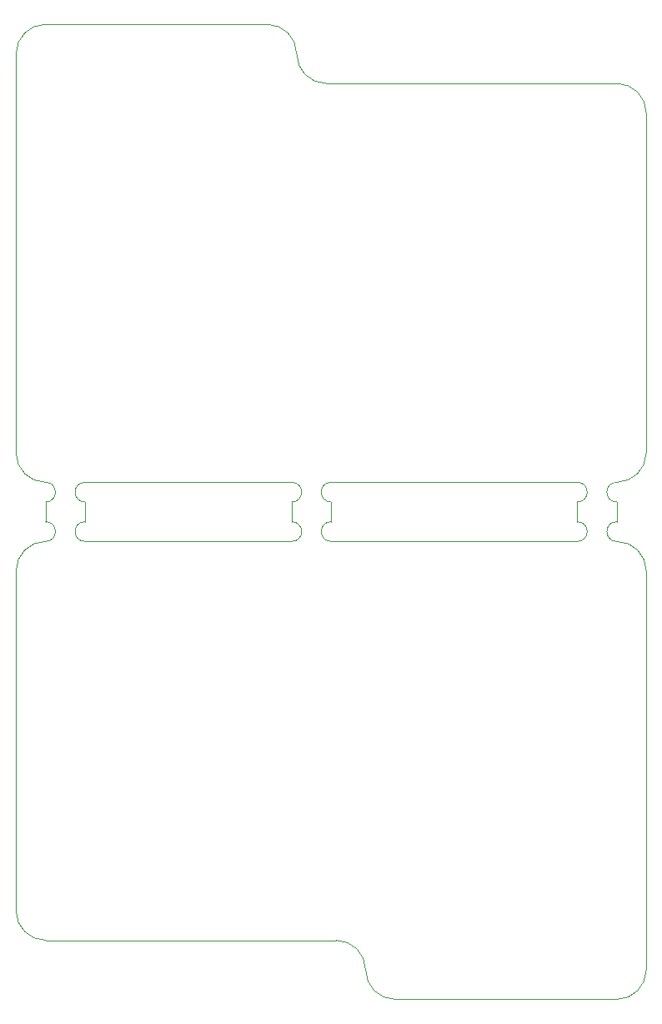
<source format=gbr>
G04 #@! TF.GenerationSoftware,KiCad,Pcbnew,5.1.5-52549c5~86~ubuntu18.04.1*
G04 #@! TF.CreationDate,2020-04-27T04:28:22+01:00*
G04 #@! TF.ProjectId,polariser_drive,706f6c61-7269-4736-9572-5f6472697665,rev?*
G04 #@! TF.SameCoordinates,Original*
G04 #@! TF.FileFunction,Profile,NP*
%FSLAX46Y46*%
G04 Gerber Fmt 4.6, Leading zero omitted, Abs format (unit mm)*
G04 Created by KiCad (PCBNEW 5.1.5-52549c5~86~ubuntu18.04.1) date 2020-04-27 04:28:22*
%MOMM*%
%LPD*%
G04 APERTURE LIST*
%ADD10C,0.050000*%
G04 APERTURE END LIST*
D10*
X113500000Y-132500000D02*
X113500000Y-126000000D01*
X113500000Y-46000000D02*
X113500000Y-45500000D01*
X49500000Y-39500000D02*
G75*
G02X52500000Y-36500000I3000000J0D01*
G01*
X49500000Y-39500000D02*
X49500000Y-80000000D01*
X77500000Y-83000000D02*
X56500000Y-83000000D01*
X113500000Y-80000000D02*
G75*
G02X110500000Y-83000000I-3000000J0D01*
G01*
X75000000Y-36500000D02*
X52500000Y-36500000D01*
X52500000Y-83000000D02*
G75*
G02X49500000Y-80000000I0J3000000D01*
G01*
X106500000Y-83000000D02*
X81500000Y-83000000D01*
X110500000Y-42500000D02*
G75*
G02X113500000Y-45500000I0J-3000000D01*
G01*
X113500000Y-46000000D02*
X113500000Y-80000000D01*
X102500000Y-42500000D02*
X110500000Y-42500000D01*
X81000000Y-42500000D02*
X102500000Y-42500000D01*
X75000000Y-36500000D02*
G75*
G02X78000000Y-39500000I0J-3000000D01*
G01*
X81000000Y-42500000D02*
G75*
G02X78000000Y-39500000I0J3000000D01*
G01*
X52500000Y-87000000D02*
G75*
G02X52500000Y-89000000I0J-1000000D01*
G01*
X56500000Y-89000000D02*
G75*
G02X56500000Y-87000000I0J1000000D01*
G01*
X106500000Y-87000000D02*
X106500000Y-85000000D01*
X106500000Y-87000000D02*
G75*
G02X106500000Y-89000000I0J-1000000D01*
G01*
X77500000Y-83000000D02*
G75*
G02X77500000Y-85000000I0J-1000000D01*
G01*
X81500000Y-85000000D02*
X81500000Y-87000000D01*
X77500000Y-87000000D02*
G75*
G02X77500000Y-89000000I0J-1000000D01*
G01*
X81500000Y-89000000D02*
G75*
G02X81500000Y-87000000I0J1000000D01*
G01*
X81500000Y-85000000D02*
G75*
G02X81500000Y-83000000I0J1000000D01*
G01*
X77500000Y-87000000D02*
X77500000Y-85000000D01*
X106500000Y-83000000D02*
G75*
G02X106500000Y-85000000I0J-1000000D01*
G01*
X110500000Y-85000000D02*
X110500000Y-87000000D01*
X56500000Y-85000000D02*
G75*
G02X56500000Y-83000000I0J1000000D01*
G01*
X52500000Y-83000000D02*
G75*
G02X52500000Y-85000000I0J-1000000D01*
G01*
X110500000Y-89000000D02*
G75*
G02X110500000Y-87000000I0J1000000D01*
G01*
X110500000Y-85000000D02*
G75*
G02X110500000Y-83000000I0J1000000D01*
G01*
X56500000Y-85000000D02*
X56500000Y-87000000D01*
X52500000Y-87000000D02*
X52500000Y-85000000D01*
X81500000Y-89000000D02*
X106500000Y-89000000D01*
X49500000Y-126500000D02*
X49500000Y-92000000D01*
X82000000Y-129500000D02*
X60500000Y-129500000D01*
X60500000Y-129500000D02*
X52500000Y-129500000D01*
X52500000Y-129500000D02*
G75*
G02X49500000Y-126500000I0J3000000D01*
G01*
X82000000Y-129500000D02*
G75*
G02X85000000Y-132500000I0J-3000000D01*
G01*
X88000000Y-135500000D02*
G75*
G02X85000000Y-132500000I0J3000000D01*
G01*
X56500000Y-89000000D02*
X77500000Y-89000000D01*
X110500000Y-89000000D02*
G75*
G02X113500000Y-92000000I0J-3000000D01*
G01*
X113500000Y-126000000D02*
X113500000Y-92000000D01*
X113500000Y-132500000D02*
G75*
G02X110500000Y-135500000I-3000000J0D01*
G01*
X88000000Y-135500000D02*
X110500000Y-135500000D01*
X49500000Y-92000000D02*
G75*
G02X52500000Y-89000000I3000000J0D01*
G01*
M02*

</source>
